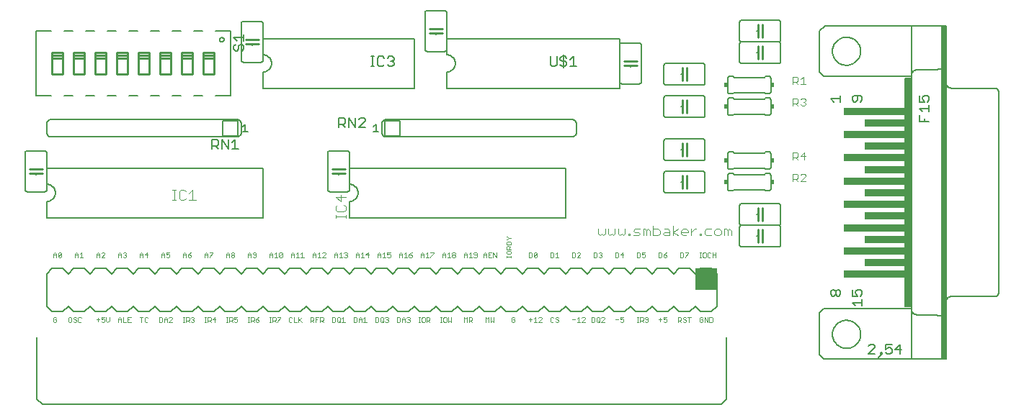
<source format=gto>
G75*
%MOIN*%
%OFA0B0*%
%FSLAX24Y24*%
%IPPOS*%
%LPD*%
%AMOC8*
5,1,8,0,0,1.08239X$1,22.5*
%
%ADD10C,0.0020*%
%ADD11C,0.0040*%
%ADD12C,0.0080*%
%ADD13C,0.0060*%
%ADD14C,0.0100*%
%ADD15R,0.1000X0.1000*%
%ADD16C,0.0050*%
%ADD17R,0.0300X1.0550*%
%ADD18R,0.0200X1.5450*%
%ADD19R,0.2850X0.0320*%
%ADD20R,0.1850X0.0320*%
%ADD21R,0.0150X0.0200*%
D10*
X001527Y003950D02*
X001600Y003950D01*
X001637Y003987D01*
X001637Y004060D01*
X001563Y004060D01*
X001490Y004133D02*
X001490Y003987D01*
X001527Y003950D01*
X001490Y004133D02*
X001527Y004170D01*
X001600Y004170D01*
X001637Y004133D01*
X002190Y004133D02*
X002190Y003987D01*
X002227Y003950D01*
X002300Y003950D01*
X002337Y003987D01*
X002337Y004133D01*
X002300Y004170D01*
X002227Y004170D01*
X002190Y004133D01*
X002411Y004133D02*
X002411Y004097D01*
X002448Y004060D01*
X002521Y004060D01*
X002558Y004023D01*
X002558Y003987D01*
X002521Y003950D01*
X002448Y003950D01*
X002411Y003987D01*
X002411Y004133D02*
X002448Y004170D01*
X002521Y004170D01*
X002558Y004133D01*
X002632Y004133D02*
X002632Y003987D01*
X002669Y003950D01*
X002742Y003950D01*
X002779Y003987D01*
X002779Y004133D02*
X002742Y004170D01*
X002669Y004170D01*
X002632Y004133D01*
X003490Y004060D02*
X003637Y004060D01*
X003711Y004060D02*
X003784Y004097D01*
X003821Y004097D01*
X003858Y004060D01*
X003858Y003987D01*
X003821Y003950D01*
X003748Y003950D01*
X003711Y003987D01*
X003711Y004060D02*
X003711Y004170D01*
X003858Y004170D01*
X003932Y004170D02*
X003932Y004023D01*
X004005Y003950D01*
X004079Y004023D01*
X004079Y004170D01*
X004490Y004097D02*
X004490Y003950D01*
X004490Y004060D02*
X004637Y004060D01*
X004637Y004097D02*
X004637Y003950D01*
X004711Y003950D02*
X004858Y003950D01*
X004932Y003950D02*
X005079Y003950D01*
X005005Y004060D02*
X004932Y004060D01*
X004932Y004170D02*
X004932Y003950D01*
X004932Y004170D02*
X005079Y004170D01*
X004711Y004170D02*
X004711Y003950D01*
X004637Y004097D02*
X004563Y004170D01*
X004490Y004097D01*
X003563Y004133D02*
X003563Y003987D01*
X005490Y004170D02*
X005637Y004170D01*
X005563Y004170D02*
X005563Y003950D01*
X005711Y003987D02*
X005748Y003950D01*
X005821Y003950D01*
X005858Y003987D01*
X005858Y004133D02*
X005821Y004170D01*
X005748Y004170D01*
X005711Y004133D01*
X005711Y003987D01*
X006390Y003950D02*
X006500Y003950D01*
X006537Y003987D01*
X006537Y004133D01*
X006500Y004170D01*
X006390Y004170D01*
X006390Y003950D01*
X006611Y003950D02*
X006611Y004097D01*
X006684Y004170D01*
X006758Y004097D01*
X006758Y003950D01*
X006832Y003950D02*
X006979Y004097D01*
X006979Y004133D01*
X006942Y004170D01*
X006869Y004170D01*
X006832Y004133D01*
X006758Y004060D02*
X006611Y004060D01*
X006832Y003950D02*
X006979Y003950D01*
X007490Y003950D02*
X007563Y003950D01*
X007527Y003950D02*
X007527Y004170D01*
X007563Y004170D02*
X007490Y004170D01*
X007637Y004170D02*
X007747Y004170D01*
X007784Y004133D01*
X007784Y004060D01*
X007747Y004023D01*
X007637Y004023D01*
X007637Y003950D02*
X007637Y004170D01*
X007711Y004023D02*
X007784Y003950D01*
X007858Y003987D02*
X007895Y003950D01*
X007968Y003950D01*
X008005Y003987D01*
X008005Y004023D01*
X007968Y004060D01*
X007932Y004060D01*
X007968Y004060D02*
X008005Y004097D01*
X008005Y004133D01*
X007968Y004170D01*
X007895Y004170D01*
X007858Y004133D01*
X008490Y004170D02*
X008563Y004170D01*
X008527Y004170D02*
X008527Y003950D01*
X008563Y003950D02*
X008490Y003950D01*
X008637Y003950D02*
X008637Y004170D01*
X008747Y004170D01*
X008784Y004133D01*
X008784Y004060D01*
X008747Y004023D01*
X008637Y004023D01*
X008711Y004023D02*
X008784Y003950D01*
X008858Y004060D02*
X009005Y004060D01*
X008968Y003950D02*
X008968Y004170D01*
X008858Y004060D01*
X009490Y003950D02*
X009563Y003950D01*
X009527Y003950D02*
X009527Y004170D01*
X009563Y004170D02*
X009490Y004170D01*
X009637Y004170D02*
X009637Y003950D01*
X009637Y004023D02*
X009747Y004023D01*
X009784Y004060D01*
X009784Y004133D01*
X009747Y004170D01*
X009637Y004170D01*
X009711Y004023D02*
X009784Y003950D01*
X009858Y003987D02*
X009895Y003950D01*
X009968Y003950D01*
X010005Y003987D01*
X010005Y004060D01*
X009968Y004097D01*
X009932Y004097D01*
X009858Y004060D01*
X009858Y004170D01*
X010005Y004170D01*
X010490Y004170D02*
X010563Y004170D01*
X010527Y004170D02*
X010527Y003950D01*
X010563Y003950D02*
X010490Y003950D01*
X010637Y003950D02*
X010637Y004170D01*
X010747Y004170D01*
X010784Y004133D01*
X010784Y004060D01*
X010747Y004023D01*
X010637Y004023D01*
X010711Y004023D02*
X010784Y003950D01*
X010858Y003987D02*
X010895Y003950D01*
X010968Y003950D01*
X011005Y003987D01*
X011005Y004023D01*
X010968Y004060D01*
X010858Y004060D01*
X010858Y003987D01*
X010858Y004060D02*
X010932Y004133D01*
X011005Y004170D01*
X011490Y004170D02*
X011563Y004170D01*
X011527Y004170D02*
X011527Y003950D01*
X011563Y003950D02*
X011490Y003950D01*
X011637Y003950D02*
X011637Y004170D01*
X011747Y004170D01*
X011784Y004133D01*
X011784Y004060D01*
X011747Y004023D01*
X011637Y004023D01*
X011711Y004023D02*
X011784Y003950D01*
X011858Y003950D02*
X011858Y003987D01*
X012005Y004133D01*
X012005Y004170D01*
X011858Y004170D01*
X012390Y004133D02*
X012390Y003987D01*
X012427Y003950D01*
X012500Y003950D01*
X012537Y003987D01*
X012611Y003950D02*
X012758Y003950D01*
X012832Y003950D02*
X012832Y004170D01*
X012869Y004060D02*
X012979Y003950D01*
X012832Y004023D02*
X012979Y004170D01*
X012611Y004170D02*
X012611Y003950D01*
X012537Y004133D02*
X012500Y004170D01*
X012427Y004170D01*
X012390Y004133D01*
X013390Y004170D02*
X013390Y003950D01*
X013390Y004023D02*
X013500Y004023D01*
X013537Y004060D01*
X013537Y004133D01*
X013500Y004170D01*
X013390Y004170D01*
X013463Y004023D02*
X013537Y003950D01*
X013611Y003950D02*
X013611Y004170D01*
X013758Y004170D01*
X013832Y004170D02*
X013942Y004170D01*
X013979Y004133D01*
X013979Y004060D01*
X013942Y004023D01*
X013832Y004023D01*
X013832Y003950D02*
X013832Y004170D01*
X013905Y004023D02*
X013979Y003950D01*
X013684Y004060D02*
X013611Y004060D01*
X014390Y003950D02*
X014500Y003950D01*
X014537Y003987D01*
X014537Y004133D01*
X014500Y004170D01*
X014390Y004170D01*
X014390Y003950D01*
X014611Y003987D02*
X014611Y004133D01*
X014648Y004170D01*
X014721Y004170D01*
X014758Y004133D01*
X014758Y003987D01*
X014721Y003950D01*
X014648Y003950D01*
X014611Y003987D01*
X014684Y004023D02*
X014758Y003950D01*
X014832Y003950D02*
X014979Y003950D01*
X014905Y003950D02*
X014905Y004170D01*
X014832Y004097D01*
X015390Y004170D02*
X015390Y003950D01*
X015500Y003950D01*
X015537Y003987D01*
X015537Y004133D01*
X015500Y004170D01*
X015390Y004170D01*
X015611Y004097D02*
X015611Y003950D01*
X015611Y004060D02*
X015758Y004060D01*
X015758Y004097D02*
X015758Y003950D01*
X015832Y003950D02*
X015979Y003950D01*
X015905Y003950D02*
X015905Y004170D01*
X015832Y004097D01*
X015758Y004097D02*
X015684Y004170D01*
X015611Y004097D01*
X016390Y004170D02*
X016390Y003950D01*
X016500Y003950D01*
X016537Y003987D01*
X016537Y004133D01*
X016500Y004170D01*
X016390Y004170D01*
X016611Y004133D02*
X016648Y004170D01*
X016721Y004170D01*
X016758Y004133D01*
X016758Y003987D01*
X016721Y003950D01*
X016648Y003950D01*
X016611Y003987D01*
X016611Y004133D01*
X016684Y004023D02*
X016758Y003950D01*
X016832Y003987D02*
X016869Y003950D01*
X016942Y003950D01*
X016979Y003987D01*
X016979Y004023D01*
X016942Y004060D01*
X016905Y004060D01*
X016942Y004060D02*
X016979Y004097D01*
X016979Y004133D01*
X016942Y004170D01*
X016869Y004170D01*
X016832Y004133D01*
X017390Y004170D02*
X017390Y003950D01*
X017500Y003950D01*
X017537Y003987D01*
X017537Y004133D01*
X017500Y004170D01*
X017390Y004170D01*
X017611Y004097D02*
X017684Y004170D01*
X017758Y004097D01*
X017758Y003950D01*
X017832Y003987D02*
X017869Y003950D01*
X017942Y003950D01*
X017979Y003987D01*
X017979Y004023D01*
X017942Y004060D01*
X017905Y004060D01*
X017942Y004060D02*
X017979Y004097D01*
X017979Y004133D01*
X017942Y004170D01*
X017869Y004170D01*
X017832Y004133D01*
X017758Y004060D02*
X017611Y004060D01*
X017611Y004097D02*
X017611Y003950D01*
X018390Y003950D02*
X018463Y003950D01*
X018427Y003950D02*
X018427Y004170D01*
X018463Y004170D02*
X018390Y004170D01*
X018537Y004133D02*
X018537Y003987D01*
X018574Y003950D01*
X018647Y003950D01*
X018684Y003987D01*
X018684Y004133D01*
X018647Y004170D01*
X018574Y004170D01*
X018537Y004133D01*
X018758Y004170D02*
X018758Y003950D01*
X018758Y004023D02*
X018868Y004023D01*
X018905Y004060D01*
X018905Y004133D01*
X018868Y004170D01*
X018758Y004170D01*
X018832Y004023D02*
X018905Y003950D01*
X019390Y003950D02*
X019463Y003950D01*
X019427Y003950D02*
X019427Y004170D01*
X019463Y004170D02*
X019390Y004170D01*
X019537Y004133D02*
X019537Y003987D01*
X019574Y003950D01*
X019647Y003950D01*
X019684Y003987D01*
X019684Y004133D01*
X019647Y004170D01*
X019574Y004170D01*
X019537Y004133D01*
X019758Y004170D02*
X019758Y003950D01*
X019832Y004023D01*
X019905Y003950D01*
X019905Y004170D01*
X020490Y004170D02*
X020490Y003950D01*
X020637Y003950D02*
X020637Y004170D01*
X020563Y004097D01*
X020490Y004170D01*
X020711Y004170D02*
X020821Y004170D01*
X020858Y004133D01*
X020858Y004060D01*
X020821Y004023D01*
X020711Y004023D01*
X020711Y003950D02*
X020711Y004170D01*
X020784Y004023D02*
X020858Y003950D01*
X021490Y003950D02*
X021490Y004170D01*
X021563Y004097D01*
X021637Y004170D01*
X021637Y003950D01*
X021711Y003950D02*
X021784Y004023D01*
X021858Y003950D01*
X021858Y004170D01*
X021711Y004170D02*
X021711Y003950D01*
X022690Y003987D02*
X022727Y003950D01*
X022800Y003950D01*
X022837Y003987D01*
X022837Y004060D01*
X022763Y004060D01*
X022690Y004133D02*
X022690Y003987D01*
X022690Y004133D02*
X022727Y004170D01*
X022800Y004170D01*
X022837Y004133D01*
X023490Y004060D02*
X023637Y004060D01*
X023711Y004097D02*
X023784Y004170D01*
X023784Y003950D01*
X023711Y003950D02*
X023858Y003950D01*
X023932Y003950D02*
X024079Y004097D01*
X024079Y004133D01*
X024042Y004170D01*
X023969Y004170D01*
X023932Y004133D01*
X023932Y003950D02*
X024079Y003950D01*
X024490Y003987D02*
X024527Y003950D01*
X024600Y003950D01*
X024637Y003987D01*
X024711Y003987D02*
X024748Y003950D01*
X024821Y003950D01*
X024858Y003987D01*
X024858Y004023D01*
X024821Y004060D01*
X024748Y004060D01*
X024711Y004097D01*
X024711Y004133D01*
X024748Y004170D01*
X024821Y004170D01*
X024858Y004133D01*
X024637Y004133D02*
X024600Y004170D01*
X024527Y004170D01*
X024490Y004133D01*
X024490Y003987D01*
X023563Y003987D02*
X023563Y004133D01*
X025490Y004060D02*
X025637Y004060D01*
X025711Y004097D02*
X025784Y004170D01*
X025784Y003950D01*
X025711Y003950D02*
X025858Y003950D01*
X025932Y003950D02*
X026079Y004097D01*
X026079Y004133D01*
X026042Y004170D01*
X025969Y004170D01*
X025932Y004133D01*
X025932Y003950D02*
X026079Y003950D01*
X026390Y003950D02*
X026390Y004170D01*
X026500Y004170D01*
X026537Y004133D01*
X026537Y003987D01*
X026500Y003950D01*
X026390Y003950D01*
X026611Y003987D02*
X026648Y003950D01*
X026721Y003950D01*
X026758Y003987D01*
X026758Y004133D01*
X026721Y004170D01*
X026648Y004170D01*
X026611Y004133D01*
X026611Y003987D01*
X026684Y004023D02*
X026758Y003950D01*
X026832Y003950D02*
X026979Y004097D01*
X026979Y004133D01*
X026942Y004170D01*
X026869Y004170D01*
X026832Y004133D01*
X026832Y003950D02*
X026979Y003950D01*
X027490Y004060D02*
X027637Y004060D01*
X027711Y004060D02*
X027784Y004097D01*
X027821Y004097D01*
X027858Y004060D01*
X027858Y003987D01*
X027821Y003950D01*
X027748Y003950D01*
X027711Y003987D01*
X027711Y004060D02*
X027711Y004170D01*
X027858Y004170D01*
X028490Y004170D02*
X028563Y004170D01*
X028527Y004170D02*
X028527Y003950D01*
X028563Y003950D02*
X028490Y003950D01*
X028637Y003950D02*
X028637Y004170D01*
X028747Y004170D01*
X028784Y004133D01*
X028784Y004060D01*
X028747Y004023D01*
X028637Y004023D01*
X028711Y004023D02*
X028784Y003950D01*
X028858Y003987D02*
X028895Y003950D01*
X028968Y003950D01*
X029005Y003987D01*
X029005Y004133D01*
X028968Y004170D01*
X028895Y004170D01*
X028858Y004133D01*
X028858Y004097D01*
X028895Y004060D01*
X029005Y004060D01*
X029490Y004060D02*
X029637Y004060D01*
X029711Y004060D02*
X029784Y004097D01*
X029821Y004097D01*
X029858Y004060D01*
X029858Y003987D01*
X029821Y003950D01*
X029748Y003950D01*
X029711Y003987D01*
X029711Y004060D02*
X029711Y004170D01*
X029858Y004170D01*
X029563Y004133D02*
X029563Y003987D01*
X030390Y004023D02*
X030500Y004023D01*
X030537Y004060D01*
X030537Y004133D01*
X030500Y004170D01*
X030390Y004170D01*
X030390Y003950D01*
X030463Y004023D02*
X030537Y003950D01*
X030611Y003987D02*
X030648Y003950D01*
X030721Y003950D01*
X030758Y003987D01*
X030758Y004023D01*
X030721Y004060D01*
X030648Y004060D01*
X030611Y004097D01*
X030611Y004133D01*
X030648Y004170D01*
X030721Y004170D01*
X030758Y004133D01*
X030832Y004170D02*
X030979Y004170D01*
X030905Y004170D02*
X030905Y003950D01*
X031390Y003987D02*
X031390Y004133D01*
X031427Y004170D01*
X031500Y004170D01*
X031537Y004133D01*
X031537Y004060D02*
X031463Y004060D01*
X031537Y004060D02*
X031537Y003987D01*
X031500Y003950D01*
X031427Y003950D01*
X031390Y003987D01*
X031611Y003950D02*
X031611Y004170D01*
X031758Y003950D01*
X031758Y004170D01*
X031832Y004170D02*
X031942Y004170D01*
X031979Y004133D01*
X031979Y003987D01*
X031942Y003950D01*
X031832Y003950D01*
X031832Y004170D01*
X031868Y006950D02*
X031905Y006987D01*
X031868Y006950D02*
X031795Y006950D01*
X031758Y006987D01*
X031758Y007133D01*
X031795Y007170D01*
X031868Y007170D01*
X031905Y007133D01*
X031979Y007170D02*
X031979Y006950D01*
X031979Y007060D02*
X032126Y007060D01*
X032126Y007170D02*
X032126Y006950D01*
X031684Y006987D02*
X031684Y007133D01*
X031647Y007170D01*
X031574Y007170D01*
X031537Y007133D01*
X031537Y006987D01*
X031574Y006950D01*
X031647Y006950D01*
X031684Y006987D01*
X031463Y006950D02*
X031390Y006950D01*
X031427Y006950D02*
X031427Y007170D01*
X031463Y007170D02*
X031390Y007170D01*
X030858Y007170D02*
X030858Y007133D01*
X030711Y006987D01*
X030711Y006950D01*
X030637Y006987D02*
X030637Y007133D01*
X030600Y007170D01*
X030490Y007170D01*
X030490Y006950D01*
X030600Y006950D01*
X030637Y006987D01*
X030711Y007170D02*
X030858Y007170D01*
X029858Y007170D02*
X029784Y007133D01*
X029711Y007060D01*
X029821Y007060D01*
X029858Y007023D01*
X029858Y006987D01*
X029821Y006950D01*
X029748Y006950D01*
X029711Y006987D01*
X029711Y007060D01*
X029637Y006987D02*
X029637Y007133D01*
X029600Y007170D01*
X029490Y007170D01*
X029490Y006950D01*
X029600Y006950D01*
X029637Y006987D01*
X028858Y006987D02*
X028821Y006950D01*
X028748Y006950D01*
X028711Y006987D01*
X028711Y007060D02*
X028784Y007097D01*
X028821Y007097D01*
X028858Y007060D01*
X028858Y006987D01*
X028711Y007060D02*
X028711Y007170D01*
X028858Y007170D01*
X028637Y007133D02*
X028600Y007170D01*
X028490Y007170D01*
X028490Y006950D01*
X028600Y006950D01*
X028637Y006987D01*
X028637Y007133D01*
X027858Y007060D02*
X027711Y007060D01*
X027821Y007170D01*
X027821Y006950D01*
X027637Y006987D02*
X027637Y007133D01*
X027600Y007170D01*
X027490Y007170D01*
X027490Y006950D01*
X027600Y006950D01*
X027637Y006987D01*
X026858Y006987D02*
X026821Y006950D01*
X026748Y006950D01*
X026711Y006987D01*
X026637Y006987D02*
X026637Y007133D01*
X026600Y007170D01*
X026490Y007170D01*
X026490Y006950D01*
X026600Y006950D01*
X026637Y006987D01*
X026711Y007133D02*
X026748Y007170D01*
X026821Y007170D01*
X026858Y007133D01*
X026858Y007097D01*
X026821Y007060D01*
X026858Y007023D01*
X026858Y006987D01*
X026821Y007060D02*
X026784Y007060D01*
X025858Y007097D02*
X025858Y007133D01*
X025821Y007170D01*
X025748Y007170D01*
X025711Y007133D01*
X025637Y007133D02*
X025600Y007170D01*
X025490Y007170D01*
X025490Y006950D01*
X025600Y006950D01*
X025637Y006987D01*
X025637Y007133D01*
X025711Y006950D02*
X025858Y007097D01*
X025858Y006950D02*
X025711Y006950D01*
X024858Y006950D02*
X024711Y006950D01*
X024784Y006950D02*
X024784Y007170D01*
X024711Y007097D01*
X024637Y007133D02*
X024600Y007170D01*
X024490Y007170D01*
X024490Y006950D01*
X024600Y006950D01*
X024637Y006987D01*
X024637Y007133D01*
X023858Y007133D02*
X023711Y006987D01*
X023748Y006950D01*
X023821Y006950D01*
X023858Y006987D01*
X023858Y007133D01*
X023821Y007170D01*
X023748Y007170D01*
X023711Y007133D01*
X023711Y006987D01*
X023637Y006987D02*
X023637Y007133D01*
X023600Y007170D01*
X023490Y007170D01*
X023490Y006950D01*
X023600Y006950D01*
X023637Y006987D01*
X022670Y006987D02*
X022450Y006987D01*
X022450Y007023D02*
X022450Y006950D01*
X022487Y007097D02*
X022633Y007097D01*
X022670Y007134D01*
X022670Y007207D01*
X022633Y007244D01*
X022487Y007244D01*
X022450Y007207D01*
X022450Y007134D01*
X022487Y007097D01*
X022670Y007023D02*
X022670Y006950D01*
X021979Y006950D02*
X021979Y007170D01*
X021832Y007170D02*
X021979Y006950D01*
X021832Y006950D02*
X021832Y007170D01*
X021758Y007170D02*
X021611Y007170D01*
X021611Y006950D01*
X021758Y006950D01*
X021684Y007060D02*
X021611Y007060D01*
X021537Y007060D02*
X021390Y007060D01*
X021390Y007097D02*
X021390Y006950D01*
X021537Y006950D02*
X021537Y007097D01*
X021463Y007170D01*
X021390Y007097D01*
X021079Y007133D02*
X021079Y006987D01*
X021042Y006950D01*
X020969Y006950D01*
X020932Y006987D01*
X020969Y007060D02*
X021079Y007060D01*
X021079Y007133D02*
X021042Y007170D01*
X020969Y007170D01*
X020932Y007133D01*
X020932Y007097D01*
X020969Y007060D01*
X020858Y006950D02*
X020711Y006950D01*
X020784Y006950D02*
X020784Y007170D01*
X020711Y007097D01*
X020637Y007097D02*
X020637Y006950D01*
X020637Y007060D02*
X020490Y007060D01*
X020490Y007097D02*
X020490Y006950D01*
X020490Y007097D02*
X020563Y007170D01*
X020637Y007097D01*
X020079Y007097D02*
X020042Y007060D01*
X019969Y007060D01*
X019932Y007097D01*
X019932Y007133D01*
X019969Y007170D01*
X020042Y007170D01*
X020079Y007133D01*
X020079Y007097D01*
X020042Y007060D02*
X020079Y007023D01*
X020079Y006987D01*
X020042Y006950D01*
X019969Y006950D01*
X019932Y006987D01*
X019932Y007023D01*
X019969Y007060D01*
X019858Y006950D02*
X019711Y006950D01*
X019784Y006950D02*
X019784Y007170D01*
X019711Y007097D01*
X019637Y007097D02*
X019637Y006950D01*
X019637Y007060D02*
X019490Y007060D01*
X019490Y007097D02*
X019490Y006950D01*
X019490Y007097D02*
X019563Y007170D01*
X019637Y007097D01*
X019079Y007133D02*
X018932Y006987D01*
X018932Y006950D01*
X018858Y006950D02*
X018711Y006950D01*
X018784Y006950D02*
X018784Y007170D01*
X018711Y007097D01*
X018637Y007097D02*
X018637Y006950D01*
X018637Y007060D02*
X018490Y007060D01*
X018490Y007097D02*
X018490Y006950D01*
X018490Y007097D02*
X018563Y007170D01*
X018637Y007097D01*
X018932Y007170D02*
X019079Y007170D01*
X019079Y007133D01*
X018079Y007170D02*
X018005Y007133D01*
X017932Y007060D01*
X018042Y007060D01*
X018079Y007023D01*
X018079Y006987D01*
X018042Y006950D01*
X017969Y006950D01*
X017932Y006987D01*
X017932Y007060D01*
X017858Y006950D02*
X017711Y006950D01*
X017784Y006950D02*
X017784Y007170D01*
X017711Y007097D01*
X017637Y007097D02*
X017637Y006950D01*
X017637Y007060D02*
X017490Y007060D01*
X017490Y007097D02*
X017490Y006950D01*
X017490Y007097D02*
X017563Y007170D01*
X017637Y007097D01*
X017079Y007060D02*
X017079Y006987D01*
X017042Y006950D01*
X016969Y006950D01*
X016932Y006987D01*
X016932Y007060D02*
X017005Y007097D01*
X017042Y007097D01*
X017079Y007060D01*
X017079Y007170D02*
X016932Y007170D01*
X016932Y007060D01*
X016858Y006950D02*
X016711Y006950D01*
X016784Y006950D02*
X016784Y007170D01*
X016711Y007097D01*
X016637Y007097D02*
X016637Y006950D01*
X016637Y007060D02*
X016490Y007060D01*
X016490Y007097D02*
X016490Y006950D01*
X016490Y007097D02*
X016563Y007170D01*
X016637Y007097D01*
X016079Y007060D02*
X015932Y007060D01*
X016042Y007170D01*
X016042Y006950D01*
X015858Y006950D02*
X015711Y006950D01*
X015784Y006950D02*
X015784Y007170D01*
X015711Y007097D01*
X015637Y007097D02*
X015637Y006950D01*
X015637Y007060D02*
X015490Y007060D01*
X015490Y007097D02*
X015490Y006950D01*
X015490Y007097D02*
X015563Y007170D01*
X015637Y007097D01*
X015079Y007097D02*
X015042Y007060D01*
X015079Y007023D01*
X015079Y006987D01*
X015042Y006950D01*
X014969Y006950D01*
X014932Y006987D01*
X014858Y006950D02*
X014711Y006950D01*
X014784Y006950D02*
X014784Y007170D01*
X014711Y007097D01*
X014637Y007097D02*
X014637Y006950D01*
X014637Y007060D02*
X014490Y007060D01*
X014490Y007097D02*
X014490Y006950D01*
X014490Y007097D02*
X014563Y007170D01*
X014637Y007097D01*
X014932Y007133D02*
X014969Y007170D01*
X015042Y007170D01*
X015079Y007133D01*
X015079Y007097D01*
X015042Y007060D02*
X015005Y007060D01*
X014079Y007097D02*
X014079Y007133D01*
X014042Y007170D01*
X013969Y007170D01*
X013932Y007133D01*
X014079Y007097D02*
X013932Y006950D01*
X014079Y006950D01*
X013858Y006950D02*
X013711Y006950D01*
X013784Y006950D02*
X013784Y007170D01*
X013711Y007097D01*
X013637Y007097D02*
X013637Y006950D01*
X013637Y007060D02*
X013490Y007060D01*
X013490Y007097D02*
X013490Y006950D01*
X013490Y007097D02*
X013563Y007170D01*
X013637Y007097D01*
X013079Y006950D02*
X012932Y006950D01*
X013005Y006950D02*
X013005Y007170D01*
X012932Y007097D01*
X012858Y006950D02*
X012711Y006950D01*
X012784Y006950D02*
X012784Y007170D01*
X012711Y007097D01*
X012637Y007097D02*
X012637Y006950D01*
X012637Y007060D02*
X012490Y007060D01*
X012490Y007097D02*
X012490Y006950D01*
X012490Y007097D02*
X012563Y007170D01*
X012637Y007097D01*
X012079Y007133D02*
X011932Y006987D01*
X011969Y006950D01*
X012042Y006950D01*
X012079Y006987D01*
X012079Y007133D01*
X012042Y007170D01*
X011969Y007170D01*
X011932Y007133D01*
X011932Y006987D01*
X011858Y006950D02*
X011711Y006950D01*
X011784Y006950D02*
X011784Y007170D01*
X011711Y007097D01*
X011637Y007097D02*
X011637Y006950D01*
X011637Y007060D02*
X011490Y007060D01*
X011490Y007097D02*
X011490Y006950D01*
X011490Y007097D02*
X011563Y007170D01*
X011637Y007097D01*
X010858Y007133D02*
X010858Y006987D01*
X010821Y006950D01*
X010748Y006950D01*
X010711Y006987D01*
X010748Y007060D02*
X010858Y007060D01*
X010858Y007133D02*
X010821Y007170D01*
X010748Y007170D01*
X010711Y007133D01*
X010711Y007097D01*
X010748Y007060D01*
X010637Y007060D02*
X010490Y007060D01*
X010490Y007097D02*
X010490Y006950D01*
X010637Y006950D02*
X010637Y007097D01*
X010563Y007170D01*
X010490Y007097D01*
X009858Y007097D02*
X009821Y007060D01*
X009748Y007060D01*
X009711Y007097D01*
X009711Y007133D01*
X009748Y007170D01*
X009821Y007170D01*
X009858Y007133D01*
X009858Y007097D01*
X009821Y007060D02*
X009858Y007023D01*
X009858Y006987D01*
X009821Y006950D01*
X009748Y006950D01*
X009711Y006987D01*
X009711Y007023D01*
X009748Y007060D01*
X009637Y007060D02*
X009490Y007060D01*
X009490Y007097D02*
X009490Y006950D01*
X009490Y007097D02*
X009563Y007170D01*
X009637Y007097D01*
X009637Y006950D01*
X008858Y007133D02*
X008711Y006987D01*
X008711Y006950D01*
X008637Y006950D02*
X008637Y007097D01*
X008563Y007170D01*
X008490Y007097D01*
X008490Y006950D01*
X008490Y007060D02*
X008637Y007060D01*
X008711Y007170D02*
X008858Y007170D01*
X008858Y007133D01*
X007858Y007170D02*
X007784Y007133D01*
X007711Y007060D01*
X007821Y007060D01*
X007858Y007023D01*
X007858Y006987D01*
X007821Y006950D01*
X007748Y006950D01*
X007711Y006987D01*
X007711Y007060D01*
X007637Y007060D02*
X007490Y007060D01*
X007490Y007097D02*
X007490Y006950D01*
X007637Y006950D02*
X007637Y007097D01*
X007563Y007170D01*
X007490Y007097D01*
X006858Y007060D02*
X006858Y006987D01*
X006821Y006950D01*
X006748Y006950D01*
X006711Y006987D01*
X006711Y007060D02*
X006784Y007097D01*
X006821Y007097D01*
X006858Y007060D01*
X006858Y007170D02*
X006711Y007170D01*
X006711Y007060D01*
X006637Y007060D02*
X006490Y007060D01*
X006490Y007097D02*
X006490Y006950D01*
X006637Y006950D02*
X006637Y007097D01*
X006563Y007170D01*
X006490Y007097D01*
X005858Y007060D02*
X005711Y007060D01*
X005821Y007170D01*
X005821Y006950D01*
X005637Y006950D02*
X005637Y007097D01*
X005563Y007170D01*
X005490Y007097D01*
X005490Y006950D01*
X005490Y007060D02*
X005637Y007060D01*
X004858Y007023D02*
X004858Y006987D01*
X004821Y006950D01*
X004748Y006950D01*
X004711Y006987D01*
X004637Y006950D02*
X004637Y007097D01*
X004563Y007170D01*
X004490Y007097D01*
X004490Y006950D01*
X004490Y007060D02*
X004637Y007060D01*
X004711Y007133D02*
X004748Y007170D01*
X004821Y007170D01*
X004858Y007133D01*
X004858Y007097D01*
X004821Y007060D01*
X004858Y007023D01*
X004821Y007060D02*
X004784Y007060D01*
X003858Y007097D02*
X003711Y006950D01*
X003858Y006950D01*
X003858Y007097D02*
X003858Y007133D01*
X003821Y007170D01*
X003748Y007170D01*
X003711Y007133D01*
X003637Y007097D02*
X003637Y006950D01*
X003637Y007060D02*
X003490Y007060D01*
X003490Y007097D02*
X003490Y006950D01*
X003490Y007097D02*
X003563Y007170D01*
X003637Y007097D01*
X002858Y006950D02*
X002711Y006950D01*
X002784Y006950D02*
X002784Y007170D01*
X002711Y007097D01*
X002637Y007097D02*
X002637Y006950D01*
X002637Y007060D02*
X002490Y007060D01*
X002490Y007097D02*
X002490Y006950D01*
X002490Y007097D02*
X002563Y007170D01*
X002637Y007097D01*
X001858Y007133D02*
X001858Y006987D01*
X001821Y006950D01*
X001748Y006950D01*
X001711Y006987D01*
X001858Y007133D01*
X001821Y007170D01*
X001748Y007170D01*
X001711Y007133D01*
X001711Y006987D01*
X001637Y006950D02*
X001637Y007097D01*
X001563Y007170D01*
X001490Y007097D01*
X001490Y006950D01*
X001490Y007060D02*
X001637Y007060D01*
X022450Y007318D02*
X022450Y007428D01*
X022487Y007465D01*
X022560Y007465D01*
X022597Y007428D01*
X022597Y007318D01*
X022670Y007318D02*
X022450Y007318D01*
X022597Y007392D02*
X022670Y007465D01*
X022670Y007539D02*
X022670Y007649D01*
X022633Y007686D01*
X022487Y007686D01*
X022450Y007649D01*
X022450Y007539D01*
X022670Y007539D01*
X022487Y007760D02*
X022560Y007834D01*
X022670Y007834D01*
X022560Y007834D02*
X022487Y007907D01*
X022450Y007907D01*
X022450Y007760D02*
X022487Y007760D01*
D11*
X026700Y008037D02*
X026777Y007960D01*
X026853Y008037D01*
X026930Y007960D01*
X027007Y008037D01*
X027007Y008267D01*
X027160Y008267D02*
X027160Y008037D01*
X027237Y007960D01*
X027314Y008037D01*
X027391Y007960D01*
X027467Y008037D01*
X027467Y008267D01*
X027621Y008267D02*
X027621Y008037D01*
X027698Y007960D01*
X027774Y008037D01*
X027851Y007960D01*
X027928Y008037D01*
X027928Y008267D01*
X028081Y008037D02*
X028158Y008037D01*
X028158Y007960D01*
X028081Y007960D01*
X028081Y008037D01*
X028311Y007960D02*
X028542Y007960D01*
X028618Y008037D01*
X028542Y008113D01*
X028388Y008113D01*
X028311Y008190D01*
X028388Y008267D01*
X028618Y008267D01*
X028772Y008267D02*
X028848Y008267D01*
X028925Y008190D01*
X029002Y008267D01*
X029079Y008190D01*
X029079Y007960D01*
X029232Y007960D02*
X029462Y007960D01*
X029539Y008037D01*
X029539Y008190D01*
X029462Y008267D01*
X029232Y008267D01*
X029232Y008420D02*
X029232Y007960D01*
X028925Y007960D02*
X028925Y008190D01*
X028772Y008267D02*
X028772Y007960D01*
X029693Y008037D02*
X029769Y007960D01*
X029999Y007960D01*
X029999Y008190D01*
X029923Y008267D01*
X029769Y008267D01*
X029769Y008113D02*
X029999Y008113D01*
X030153Y008113D02*
X030383Y008267D01*
X030537Y008190D02*
X030613Y008267D01*
X030767Y008267D01*
X030844Y008190D01*
X030844Y008113D01*
X030537Y008113D01*
X030537Y008037D02*
X030537Y008190D01*
X030537Y008037D02*
X030613Y007960D01*
X030767Y007960D01*
X030997Y007960D02*
X030997Y008267D01*
X031150Y008267D02*
X031227Y008267D01*
X031150Y008267D02*
X030997Y008113D01*
X031381Y008037D02*
X031381Y007960D01*
X031457Y007960D01*
X031457Y008037D01*
X031381Y008037D01*
X031611Y008037D02*
X031688Y007960D01*
X031918Y007960D01*
X032071Y008037D02*
X032148Y007960D01*
X032301Y007960D01*
X032378Y008037D01*
X032378Y008190D01*
X032301Y008267D01*
X032148Y008267D01*
X032071Y008190D01*
X032071Y008037D01*
X031918Y008267D02*
X031688Y008267D01*
X031611Y008190D01*
X031611Y008037D01*
X032532Y007960D02*
X032532Y008267D01*
X032608Y008267D01*
X032685Y008190D01*
X032762Y008267D01*
X032839Y008190D01*
X032839Y007960D01*
X032685Y007960D02*
X032685Y008190D01*
X030383Y007960D02*
X030153Y008113D01*
X030153Y007960D02*
X030153Y008420D01*
X029769Y008113D02*
X029693Y008037D01*
X026700Y008037D02*
X026700Y008267D01*
X035700Y010470D02*
X035700Y010820D01*
X035875Y010820D01*
X035934Y010762D01*
X035934Y010645D01*
X035875Y010587D01*
X035700Y010587D01*
X035817Y010587D02*
X035934Y010470D01*
X036059Y010470D02*
X036293Y010704D01*
X036293Y010762D01*
X036234Y010820D01*
X036117Y010820D01*
X036059Y010762D01*
X036059Y010470D02*
X036293Y010470D01*
X036234Y011470D02*
X036234Y011820D01*
X036059Y011645D01*
X036293Y011645D01*
X035934Y011645D02*
X035934Y011762D01*
X035875Y011820D01*
X035700Y011820D01*
X035700Y011470D01*
X035700Y011587D02*
X035875Y011587D01*
X035934Y011645D01*
X035817Y011587D02*
X035934Y011470D01*
X035934Y013970D02*
X035817Y014087D01*
X035875Y014087D02*
X035700Y014087D01*
X035700Y013970D02*
X035700Y014320D01*
X035875Y014320D01*
X035934Y014262D01*
X035934Y014145D01*
X035875Y014087D01*
X036059Y014028D02*
X036117Y013970D01*
X036234Y013970D01*
X036293Y014028D01*
X036293Y014087D01*
X036234Y014145D01*
X036176Y014145D01*
X036234Y014145D02*
X036293Y014204D01*
X036293Y014262D01*
X036234Y014320D01*
X036117Y014320D01*
X036059Y014262D01*
X036059Y014970D02*
X036293Y014970D01*
X036176Y014970D02*
X036176Y015320D01*
X036059Y015204D01*
X035934Y015262D02*
X035934Y015145D01*
X035875Y015087D01*
X035700Y015087D01*
X035817Y015087D02*
X035934Y014970D01*
X035700Y014970D02*
X035700Y015320D01*
X035875Y015320D01*
X035934Y015262D01*
X015010Y009758D02*
X014550Y009758D01*
X014780Y009527D01*
X014780Y009834D01*
X014933Y009374D02*
X015010Y009297D01*
X015010Y009144D01*
X014933Y009067D01*
X014626Y009067D01*
X014550Y009144D01*
X014550Y009297D01*
X014626Y009374D01*
X014550Y008913D02*
X014550Y008760D01*
X014550Y008837D02*
X015010Y008837D01*
X015010Y008913D02*
X015010Y008760D01*
X008074Y009610D02*
X007767Y009610D01*
X007921Y009610D02*
X007921Y010070D01*
X007767Y009917D01*
X007614Y009994D02*
X007537Y010070D01*
X007384Y010070D01*
X007307Y009994D01*
X007307Y009687D01*
X007384Y009610D01*
X007537Y009610D01*
X007614Y009687D01*
X007153Y009610D02*
X007000Y009610D01*
X007077Y009610D02*
X007077Y010070D01*
X007153Y010070D02*
X007000Y010070D01*
D12*
X000730Y003240D02*
X000730Y000390D01*
X000980Y000140D01*
X032380Y000140D01*
X032630Y000390D01*
X032630Y003240D01*
D13*
X031930Y004440D02*
X031430Y004440D01*
X031180Y004690D01*
X030930Y004440D01*
X030430Y004440D01*
X030180Y004690D01*
X029930Y004440D01*
X029430Y004440D01*
X029180Y004690D01*
X028930Y004440D01*
X028430Y004440D01*
X028180Y004690D01*
X027930Y004440D01*
X027430Y004440D01*
X027180Y004690D01*
X026930Y004440D01*
X026430Y004440D01*
X026180Y004690D01*
X025930Y004440D01*
X025430Y004440D01*
X025180Y004690D01*
X024930Y004440D01*
X024430Y004440D01*
X024180Y004690D01*
X023930Y004440D01*
X023430Y004440D01*
X023180Y004690D01*
X022930Y004440D01*
X022430Y004440D01*
X022180Y004690D01*
X021930Y004440D01*
X021430Y004440D01*
X021180Y004690D01*
X020930Y004440D01*
X020430Y004440D01*
X020180Y004690D01*
X019930Y004440D01*
X019430Y004440D01*
X019180Y004690D01*
X018930Y004440D01*
X018430Y004440D01*
X018180Y004690D01*
X017930Y004440D01*
X017430Y004440D01*
X017180Y004690D01*
X016930Y004440D01*
X016430Y004440D01*
X016180Y004690D01*
X015930Y004440D01*
X015430Y004440D01*
X015180Y004690D01*
X014930Y004440D01*
X014430Y004440D01*
X014180Y004690D01*
X013930Y004440D01*
X013430Y004440D01*
X013180Y004690D01*
X012930Y004440D01*
X012430Y004440D01*
X012180Y004690D01*
X011930Y004440D01*
X011430Y004440D01*
X011180Y004690D01*
X010930Y004440D01*
X010430Y004440D01*
X010180Y004690D01*
X009930Y004440D01*
X009430Y004440D01*
X009180Y004690D01*
X008930Y004440D01*
X008430Y004440D01*
X008180Y004690D01*
X007930Y004440D01*
X007430Y004440D01*
X007180Y004690D01*
X006930Y004440D01*
X006430Y004440D01*
X006180Y004690D01*
X005930Y004440D01*
X005430Y004440D01*
X005180Y004690D01*
X004930Y004440D01*
X004430Y004440D01*
X004180Y004690D01*
X003930Y004440D01*
X003430Y004440D01*
X003180Y004690D01*
X002930Y004440D01*
X002430Y004440D01*
X002180Y004690D01*
X001930Y004440D01*
X001430Y004440D01*
X001180Y004690D01*
X001180Y006190D01*
X001430Y006440D01*
X001930Y006440D01*
X002180Y006190D01*
X002430Y006440D01*
X002930Y006440D01*
X003180Y006190D01*
X003430Y006440D01*
X003930Y006440D01*
X004180Y006190D01*
X004430Y006440D01*
X004930Y006440D01*
X005180Y006190D01*
X005430Y006440D01*
X005930Y006440D01*
X006180Y006190D01*
X006430Y006440D01*
X006930Y006440D01*
X007180Y006190D01*
X007430Y006440D01*
X007930Y006440D01*
X008180Y006190D01*
X008430Y006440D01*
X008930Y006440D01*
X009180Y006190D01*
X009430Y006440D01*
X009930Y006440D01*
X010180Y006190D01*
X010430Y006440D01*
X010930Y006440D01*
X011180Y006190D01*
X011430Y006440D01*
X011930Y006440D01*
X012180Y006190D01*
X012430Y006440D01*
X012930Y006440D01*
X013180Y006190D01*
X013430Y006440D01*
X013930Y006440D01*
X014180Y006190D01*
X014430Y006440D01*
X014930Y006440D01*
X015180Y006190D01*
X015430Y006440D01*
X015930Y006440D01*
X016180Y006190D01*
X016430Y006440D01*
X016930Y006440D01*
X017180Y006190D01*
X017430Y006440D01*
X017930Y006440D01*
X018180Y006190D01*
X018430Y006440D01*
X018930Y006440D01*
X019180Y006190D01*
X019430Y006440D01*
X019930Y006440D01*
X020180Y006190D01*
X020430Y006440D01*
X020930Y006440D01*
X021180Y006190D01*
X021430Y006440D01*
X021930Y006440D01*
X022180Y006190D01*
X022430Y006440D01*
X022930Y006440D01*
X023180Y006190D01*
X023430Y006440D01*
X023930Y006440D01*
X024180Y006190D01*
X024430Y006440D01*
X024930Y006440D01*
X025180Y006190D01*
X025430Y006440D01*
X025930Y006440D01*
X026180Y006190D01*
X026430Y006440D01*
X026930Y006440D01*
X027180Y006190D01*
X027430Y006440D01*
X027930Y006440D01*
X028180Y006190D01*
X028430Y006440D01*
X028930Y006440D01*
X029180Y006190D01*
X029430Y006440D01*
X029930Y006440D01*
X030180Y006190D01*
X030430Y006440D01*
X030930Y006440D01*
X031180Y006190D01*
X031430Y006440D01*
X031930Y006440D01*
X032180Y006190D01*
X032180Y004690D01*
X031930Y004440D01*
X036930Y004390D02*
X036930Y002440D01*
X037130Y002240D01*
X041130Y002240D01*
X041180Y002240D01*
X041180Y004240D01*
X041180Y004590D01*
X037130Y004590D01*
X036930Y004390D01*
X037530Y003380D02*
X037532Y003430D01*
X037538Y003480D01*
X037548Y003530D01*
X037561Y003578D01*
X037578Y003626D01*
X037599Y003672D01*
X037623Y003716D01*
X037651Y003758D01*
X037682Y003798D01*
X037716Y003835D01*
X037753Y003870D01*
X037792Y003901D01*
X037833Y003930D01*
X037877Y003955D01*
X037923Y003977D01*
X037970Y003995D01*
X038018Y004009D01*
X038067Y004020D01*
X038117Y004027D01*
X038167Y004030D01*
X038218Y004029D01*
X038268Y004024D01*
X038318Y004015D01*
X038366Y004003D01*
X038414Y003986D01*
X038460Y003966D01*
X038505Y003943D01*
X038548Y003916D01*
X038588Y003886D01*
X038626Y003853D01*
X038661Y003817D01*
X038694Y003778D01*
X038723Y003737D01*
X038749Y003694D01*
X038772Y003649D01*
X038791Y003602D01*
X038806Y003554D01*
X038818Y003505D01*
X038826Y003455D01*
X038830Y003405D01*
X038830Y003355D01*
X038826Y003305D01*
X038818Y003255D01*
X038806Y003206D01*
X038791Y003158D01*
X038772Y003111D01*
X038749Y003066D01*
X038723Y003023D01*
X038694Y002982D01*
X038661Y002943D01*
X038626Y002907D01*
X038588Y002874D01*
X038548Y002844D01*
X038505Y002817D01*
X038460Y002794D01*
X038414Y002774D01*
X038366Y002757D01*
X038318Y002745D01*
X038268Y002736D01*
X038218Y002731D01*
X038167Y002730D01*
X038117Y002733D01*
X038067Y002740D01*
X038018Y002751D01*
X037970Y002765D01*
X037923Y002783D01*
X037877Y002805D01*
X037833Y002830D01*
X037792Y002859D01*
X037753Y002890D01*
X037716Y002925D01*
X037682Y002962D01*
X037651Y003002D01*
X037623Y003044D01*
X037599Y003088D01*
X037578Y003134D01*
X037561Y003182D01*
X037548Y003230D01*
X037538Y003280D01*
X037532Y003330D01*
X037530Y003380D01*
X040880Y004690D02*
X041180Y004690D01*
X041180Y004590D01*
X041180Y004690D02*
X041180Y015240D01*
X040880Y015240D01*
X040880Y004690D01*
X041180Y004540D02*
X041182Y004510D01*
X041187Y004480D01*
X041196Y004451D01*
X041209Y004424D01*
X041224Y004398D01*
X041243Y004374D01*
X041264Y004353D01*
X041288Y004334D01*
X041314Y004319D01*
X041341Y004306D01*
X041370Y004297D01*
X041400Y004292D01*
X041430Y004290D01*
X042380Y004290D01*
X042380Y004240D01*
X042580Y004240D01*
X042580Y003240D01*
X042580Y002240D01*
X042380Y002240D01*
X041180Y002240D01*
X042580Y002240D02*
X042780Y002240D01*
X042780Y005290D01*
X042780Y014640D01*
X042780Y017690D01*
X042580Y017690D01*
X042580Y016690D01*
X042580Y015690D01*
X042580Y004240D01*
X042780Y004890D02*
X042782Y004920D01*
X042787Y004950D01*
X042796Y004979D01*
X042809Y005006D01*
X042824Y005032D01*
X042843Y005056D01*
X042864Y005077D01*
X042888Y005096D01*
X042914Y005111D01*
X042941Y005124D01*
X042970Y005133D01*
X043000Y005138D01*
X043030Y005140D01*
X045030Y005140D01*
X045056Y005142D01*
X045082Y005147D01*
X045107Y005155D01*
X045130Y005167D01*
X045152Y005181D01*
X045171Y005199D01*
X045189Y005218D01*
X045203Y005240D01*
X045215Y005263D01*
X045223Y005288D01*
X045228Y005314D01*
X045230Y005340D01*
X045230Y005440D01*
X045230Y014490D01*
X045230Y014590D01*
X045228Y014616D01*
X045223Y014642D01*
X045215Y014667D01*
X045203Y014690D01*
X045189Y014712D01*
X045171Y014731D01*
X045152Y014749D01*
X045130Y014763D01*
X045107Y014775D01*
X045082Y014783D01*
X045056Y014788D01*
X045030Y014790D01*
X043030Y014790D01*
X043000Y014792D01*
X042970Y014797D01*
X042941Y014806D01*
X042914Y014819D01*
X042888Y014834D01*
X042864Y014853D01*
X042843Y014874D01*
X042824Y014898D01*
X042809Y014924D01*
X042796Y014951D01*
X042787Y014980D01*
X042782Y015010D01*
X042780Y015040D01*
X042380Y015640D02*
X041430Y015640D01*
X041400Y015638D01*
X041370Y015633D01*
X041341Y015624D01*
X041314Y015611D01*
X041288Y015596D01*
X041264Y015577D01*
X041243Y015556D01*
X041224Y015532D01*
X041209Y015506D01*
X041196Y015479D01*
X041187Y015450D01*
X041182Y015420D01*
X041180Y015390D01*
X041180Y015340D02*
X037130Y015340D01*
X036930Y015540D01*
X036930Y017440D01*
X037180Y017690D01*
X041130Y017690D01*
X041180Y017690D01*
X042380Y017690D01*
X042580Y017690D01*
X041180Y017690D02*
X041180Y015690D01*
X041180Y015340D01*
X041180Y015240D01*
X042380Y015640D02*
X042380Y015690D01*
X042580Y015690D01*
X037530Y016500D02*
X037532Y016550D01*
X037538Y016600D01*
X037548Y016650D01*
X037561Y016698D01*
X037578Y016746D01*
X037599Y016792D01*
X037623Y016836D01*
X037651Y016878D01*
X037682Y016918D01*
X037716Y016955D01*
X037753Y016990D01*
X037792Y017021D01*
X037833Y017050D01*
X037877Y017075D01*
X037923Y017097D01*
X037970Y017115D01*
X038018Y017129D01*
X038067Y017140D01*
X038117Y017147D01*
X038167Y017150D01*
X038218Y017149D01*
X038268Y017144D01*
X038318Y017135D01*
X038366Y017123D01*
X038414Y017106D01*
X038460Y017086D01*
X038505Y017063D01*
X038548Y017036D01*
X038588Y017006D01*
X038626Y016973D01*
X038661Y016937D01*
X038694Y016898D01*
X038723Y016857D01*
X038749Y016814D01*
X038772Y016769D01*
X038791Y016722D01*
X038806Y016674D01*
X038818Y016625D01*
X038826Y016575D01*
X038830Y016525D01*
X038830Y016475D01*
X038826Y016425D01*
X038818Y016375D01*
X038806Y016326D01*
X038791Y016278D01*
X038772Y016231D01*
X038749Y016186D01*
X038723Y016143D01*
X038694Y016102D01*
X038661Y016063D01*
X038626Y016027D01*
X038588Y015994D01*
X038548Y015964D01*
X038505Y015937D01*
X038460Y015914D01*
X038414Y015894D01*
X038366Y015877D01*
X038318Y015865D01*
X038268Y015856D01*
X038218Y015851D01*
X038167Y015850D01*
X038117Y015853D01*
X038067Y015860D01*
X038018Y015871D01*
X037970Y015885D01*
X037923Y015903D01*
X037877Y015925D01*
X037833Y015950D01*
X037792Y015979D01*
X037753Y016010D01*
X037716Y016045D01*
X037682Y016082D01*
X037651Y016122D01*
X037623Y016164D01*
X037599Y016208D01*
X037578Y016254D01*
X037561Y016302D01*
X037548Y016350D01*
X037538Y016400D01*
X037532Y016450D01*
X037530Y016500D01*
X035130Y016840D02*
X035130Y016040D01*
X035128Y016023D01*
X035124Y016006D01*
X035117Y015990D01*
X035107Y015976D01*
X035094Y015963D01*
X035080Y015953D01*
X035064Y015946D01*
X035047Y015942D01*
X035030Y015940D01*
X033330Y015940D01*
X033313Y015942D01*
X033296Y015946D01*
X033280Y015953D01*
X033266Y015963D01*
X033253Y015976D01*
X033243Y015990D01*
X033236Y016006D01*
X033232Y016023D01*
X033230Y016040D01*
X033230Y016840D01*
X033232Y016857D01*
X033236Y016874D01*
X033243Y016890D01*
X033253Y016904D01*
X033266Y016917D01*
X033280Y016927D01*
X033296Y016934D01*
X033313Y016938D01*
X033330Y016940D01*
X035030Y016940D01*
X033330Y016940D01*
X033313Y016942D01*
X033296Y016946D01*
X033280Y016953D01*
X033266Y016963D01*
X033253Y016976D01*
X033243Y016990D01*
X033236Y017006D01*
X033232Y017023D01*
X033230Y017040D01*
X033230Y017840D01*
X033232Y017857D01*
X033236Y017874D01*
X033243Y017890D01*
X033253Y017904D01*
X033266Y017917D01*
X033280Y017927D01*
X033296Y017934D01*
X033313Y017938D01*
X033330Y017940D01*
X035030Y017940D01*
X035047Y017938D01*
X035064Y017934D01*
X035080Y017927D01*
X035094Y017917D01*
X035107Y017904D01*
X035117Y017890D01*
X035124Y017874D01*
X035128Y017857D01*
X035130Y017840D01*
X035130Y017040D01*
X035128Y017023D01*
X035124Y017006D01*
X035117Y016990D01*
X035107Y016976D01*
X035094Y016963D01*
X035080Y016953D01*
X035064Y016946D01*
X035047Y016942D01*
X035030Y016940D01*
X035047Y016938D01*
X035064Y016934D01*
X035080Y016927D01*
X035094Y016917D01*
X035107Y016904D01*
X035117Y016890D01*
X035124Y016874D01*
X035128Y016857D01*
X035130Y016840D01*
X034330Y016440D02*
X034280Y016440D01*
X034080Y016440D02*
X034030Y016440D01*
X034430Y015340D02*
X034580Y015340D01*
X034597Y015338D01*
X034614Y015334D01*
X034630Y015327D01*
X034644Y015317D01*
X034657Y015304D01*
X034667Y015290D01*
X034674Y015274D01*
X034678Y015257D01*
X034680Y015240D01*
X034680Y014640D01*
X034678Y014623D01*
X034674Y014606D01*
X034667Y014590D01*
X034657Y014576D01*
X034644Y014563D01*
X034630Y014553D01*
X034614Y014546D01*
X034597Y014542D01*
X034580Y014540D01*
X034430Y014540D01*
X034380Y014590D01*
X032980Y014590D01*
X032930Y014540D01*
X032780Y014540D01*
X032763Y014542D01*
X032746Y014546D01*
X032730Y014553D01*
X032716Y014563D01*
X032703Y014576D01*
X032693Y014590D01*
X032686Y014606D01*
X032682Y014623D01*
X032680Y014640D01*
X032680Y015240D01*
X032682Y015257D01*
X032686Y015274D01*
X032693Y015290D01*
X032703Y015304D01*
X032716Y015317D01*
X032730Y015327D01*
X032746Y015334D01*
X032763Y015338D01*
X032780Y015340D01*
X032930Y015340D01*
X032980Y015290D01*
X034380Y015290D01*
X034430Y015340D01*
X034430Y014340D02*
X034580Y014340D01*
X034597Y014338D01*
X034614Y014334D01*
X034630Y014327D01*
X034644Y014317D01*
X034657Y014304D01*
X034667Y014290D01*
X034674Y014274D01*
X034678Y014257D01*
X034680Y014240D01*
X034680Y013640D01*
X034678Y013623D01*
X034674Y013606D01*
X034667Y013590D01*
X034657Y013576D01*
X034644Y013563D01*
X034630Y013553D01*
X034614Y013546D01*
X034597Y013542D01*
X034580Y013540D01*
X034430Y013540D01*
X034380Y013590D01*
X032980Y013590D01*
X032930Y013540D01*
X032780Y013540D01*
X032763Y013542D01*
X032746Y013546D01*
X032730Y013553D01*
X032716Y013563D01*
X032703Y013576D01*
X032693Y013590D01*
X032686Y013606D01*
X032682Y013623D01*
X032680Y013640D01*
X032680Y014240D01*
X032682Y014257D01*
X032686Y014274D01*
X032693Y014290D01*
X032703Y014304D01*
X032716Y014317D01*
X032730Y014327D01*
X032746Y014334D01*
X032763Y014338D01*
X032780Y014340D01*
X032930Y014340D01*
X032980Y014290D01*
X034380Y014290D01*
X034430Y014340D01*
X031630Y014340D02*
X031630Y013540D01*
X031628Y013523D01*
X031624Y013506D01*
X031617Y013490D01*
X031607Y013476D01*
X031594Y013463D01*
X031580Y013453D01*
X031564Y013446D01*
X031547Y013442D01*
X031530Y013440D01*
X029830Y013440D01*
X029813Y013442D01*
X029796Y013446D01*
X029780Y013453D01*
X029766Y013463D01*
X029753Y013476D01*
X029743Y013490D01*
X029736Y013506D01*
X029732Y013523D01*
X029730Y013540D01*
X029730Y014340D01*
X029732Y014357D01*
X029736Y014374D01*
X029743Y014390D01*
X029753Y014404D01*
X029766Y014417D01*
X029780Y014427D01*
X029796Y014434D01*
X029813Y014438D01*
X029830Y014440D01*
X031530Y014440D01*
X031547Y014438D01*
X031564Y014434D01*
X031580Y014427D01*
X031594Y014417D01*
X031607Y014404D01*
X031617Y014390D01*
X031624Y014374D01*
X031628Y014357D01*
X031630Y014340D01*
X031530Y014940D02*
X029830Y014940D01*
X029813Y014942D01*
X029796Y014946D01*
X029780Y014953D01*
X029766Y014963D01*
X029753Y014976D01*
X029743Y014990D01*
X029736Y015006D01*
X029732Y015023D01*
X029730Y015040D01*
X029730Y015840D01*
X029732Y015857D01*
X029736Y015874D01*
X029743Y015890D01*
X029753Y015904D01*
X029766Y015917D01*
X029780Y015927D01*
X029796Y015934D01*
X029813Y015938D01*
X029830Y015940D01*
X031530Y015940D01*
X031547Y015938D01*
X031564Y015934D01*
X031580Y015927D01*
X031594Y015917D01*
X031607Y015904D01*
X031617Y015890D01*
X031624Y015874D01*
X031628Y015857D01*
X031630Y015840D01*
X031630Y015040D01*
X031628Y015023D01*
X031624Y015006D01*
X031617Y014990D01*
X031607Y014976D01*
X031594Y014963D01*
X031580Y014953D01*
X031564Y014946D01*
X031547Y014942D01*
X031530Y014940D01*
X030830Y015440D02*
X030780Y015440D01*
X030580Y015440D02*
X030530Y015440D01*
X028680Y015090D02*
X028680Y016790D01*
X028678Y016807D01*
X028674Y016824D01*
X028667Y016840D01*
X028657Y016854D01*
X028644Y016867D01*
X028630Y016877D01*
X028614Y016884D01*
X028597Y016888D01*
X028580Y016890D01*
X027780Y016890D01*
X027763Y016888D01*
X027746Y016884D01*
X027730Y016877D01*
X027716Y016867D01*
X027703Y016854D01*
X027693Y016840D01*
X027686Y016824D01*
X027682Y016807D01*
X027680Y016790D01*
X027680Y015090D01*
X027682Y015073D01*
X027686Y015056D01*
X027693Y015040D01*
X027703Y015026D01*
X027716Y015013D01*
X027730Y015003D01*
X027746Y014996D01*
X027763Y014992D01*
X027780Y014990D01*
X028580Y014990D01*
X028597Y014992D01*
X028614Y014996D01*
X028630Y015003D01*
X028644Y015013D01*
X028657Y015026D01*
X028667Y015040D01*
X028674Y015056D01*
X028678Y015073D01*
X028680Y015090D01*
X027680Y014790D02*
X027680Y017090D01*
X019680Y017090D01*
X019680Y016340D01*
X019580Y016490D02*
X018780Y016490D01*
X018763Y016492D01*
X018746Y016496D01*
X018730Y016503D01*
X018716Y016513D01*
X018703Y016526D01*
X018693Y016540D01*
X018686Y016556D01*
X018682Y016573D01*
X018680Y016590D01*
X018680Y018290D01*
X018682Y018307D01*
X018686Y018324D01*
X018693Y018340D01*
X018703Y018354D01*
X018716Y018367D01*
X018730Y018377D01*
X018746Y018384D01*
X018763Y018388D01*
X018780Y018390D01*
X019580Y018390D01*
X019597Y018388D01*
X019614Y018384D01*
X019630Y018377D01*
X019644Y018367D01*
X019657Y018354D01*
X019667Y018340D01*
X019674Y018324D01*
X019678Y018307D01*
X019680Y018290D01*
X019680Y016590D01*
X019678Y016573D01*
X019674Y016556D01*
X019667Y016540D01*
X019657Y016526D01*
X019644Y016513D01*
X019630Y016503D01*
X019614Y016496D01*
X019597Y016492D01*
X019580Y016490D01*
X019680Y016340D02*
X019719Y016338D01*
X019758Y016332D01*
X019796Y016323D01*
X019833Y016310D01*
X019869Y016293D01*
X019902Y016273D01*
X019934Y016249D01*
X019963Y016223D01*
X019989Y016194D01*
X020013Y016162D01*
X020033Y016129D01*
X020050Y016093D01*
X020063Y016056D01*
X020072Y016018D01*
X020078Y015979D01*
X020080Y015940D01*
X020078Y015901D01*
X020072Y015862D01*
X020063Y015824D01*
X020050Y015787D01*
X020033Y015751D01*
X020013Y015718D01*
X019989Y015686D01*
X019963Y015657D01*
X019934Y015631D01*
X019902Y015607D01*
X019869Y015587D01*
X019833Y015570D01*
X019796Y015557D01*
X019758Y015548D01*
X019719Y015542D01*
X019680Y015540D01*
X019680Y014790D01*
X027680Y014790D01*
X028180Y015790D02*
X028180Y015840D01*
X028180Y016040D02*
X028180Y016090D01*
X030530Y013940D02*
X030580Y013940D01*
X030780Y013940D02*
X030830Y013940D01*
X031530Y012440D02*
X029830Y012440D01*
X029813Y012438D01*
X029796Y012434D01*
X029780Y012427D01*
X029766Y012417D01*
X029753Y012404D01*
X029743Y012390D01*
X029736Y012374D01*
X029732Y012357D01*
X029730Y012340D01*
X029730Y011540D01*
X029732Y011523D01*
X029736Y011506D01*
X029743Y011490D01*
X029753Y011476D01*
X029766Y011463D01*
X029780Y011453D01*
X029796Y011446D01*
X029813Y011442D01*
X029830Y011440D01*
X031530Y011440D01*
X031547Y011442D01*
X031564Y011446D01*
X031580Y011453D01*
X031594Y011463D01*
X031607Y011476D01*
X031617Y011490D01*
X031624Y011506D01*
X031628Y011523D01*
X031630Y011540D01*
X031630Y012340D01*
X031628Y012357D01*
X031624Y012374D01*
X031617Y012390D01*
X031607Y012404D01*
X031594Y012417D01*
X031580Y012427D01*
X031564Y012434D01*
X031547Y012438D01*
X031530Y012440D01*
X030830Y011940D02*
X030780Y011940D01*
X030580Y011940D02*
X030530Y011940D01*
X029830Y010940D02*
X031530Y010940D01*
X031547Y010938D01*
X031564Y010934D01*
X031580Y010927D01*
X031594Y010917D01*
X031607Y010904D01*
X031617Y010890D01*
X031624Y010874D01*
X031628Y010857D01*
X031630Y010840D01*
X031630Y010040D01*
X031628Y010023D01*
X031624Y010006D01*
X031617Y009990D01*
X031607Y009976D01*
X031594Y009963D01*
X031580Y009953D01*
X031564Y009946D01*
X031547Y009942D01*
X031530Y009940D01*
X029830Y009940D01*
X029813Y009942D01*
X029796Y009946D01*
X029780Y009953D01*
X029766Y009963D01*
X029753Y009976D01*
X029743Y009990D01*
X029736Y010006D01*
X029732Y010023D01*
X029730Y010040D01*
X029730Y010840D01*
X029732Y010857D01*
X029736Y010874D01*
X029743Y010890D01*
X029753Y010904D01*
X029766Y010917D01*
X029780Y010927D01*
X029796Y010934D01*
X029813Y010938D01*
X029830Y010940D01*
X030530Y010440D02*
X030580Y010440D01*
X030780Y010440D02*
X030830Y010440D01*
X032680Y010140D02*
X032680Y010740D01*
X032682Y010757D01*
X032686Y010774D01*
X032693Y010790D01*
X032703Y010804D01*
X032716Y010817D01*
X032730Y010827D01*
X032746Y010834D01*
X032763Y010838D01*
X032780Y010840D01*
X032930Y010840D01*
X032980Y010790D01*
X034380Y010790D01*
X034430Y010840D01*
X034580Y010840D01*
X034597Y010838D01*
X034614Y010834D01*
X034630Y010827D01*
X034644Y010817D01*
X034657Y010804D01*
X034667Y010790D01*
X034674Y010774D01*
X034678Y010757D01*
X034680Y010740D01*
X034680Y010140D01*
X034678Y010123D01*
X034674Y010106D01*
X034667Y010090D01*
X034657Y010076D01*
X034644Y010063D01*
X034630Y010053D01*
X034614Y010046D01*
X034597Y010042D01*
X034580Y010040D01*
X034430Y010040D01*
X034380Y010090D01*
X032980Y010090D01*
X032930Y010040D01*
X032780Y010040D01*
X032763Y010042D01*
X032746Y010046D01*
X032730Y010053D01*
X032716Y010063D01*
X032703Y010076D01*
X032693Y010090D01*
X032686Y010106D01*
X032682Y010123D01*
X032680Y010140D01*
X032780Y011040D02*
X032930Y011040D01*
X032980Y011090D01*
X034380Y011090D01*
X034430Y011040D01*
X034580Y011040D01*
X034597Y011042D01*
X034614Y011046D01*
X034630Y011053D01*
X034644Y011063D01*
X034657Y011076D01*
X034667Y011090D01*
X034674Y011106D01*
X034678Y011123D01*
X034680Y011140D01*
X034680Y011740D01*
X034678Y011757D01*
X034674Y011774D01*
X034667Y011790D01*
X034657Y011804D01*
X034644Y011817D01*
X034630Y011827D01*
X034614Y011834D01*
X034597Y011838D01*
X034580Y011840D01*
X034430Y011840D01*
X034380Y011790D01*
X032980Y011790D01*
X032930Y011840D01*
X032780Y011840D01*
X032763Y011838D01*
X032746Y011834D01*
X032730Y011827D01*
X032716Y011817D01*
X032703Y011804D01*
X032693Y011790D01*
X032686Y011774D01*
X032682Y011757D01*
X032680Y011740D01*
X032680Y011140D01*
X032682Y011123D01*
X032686Y011106D01*
X032693Y011090D01*
X032703Y011076D01*
X032716Y011063D01*
X032730Y011053D01*
X032746Y011046D01*
X032763Y011042D01*
X032780Y011040D01*
X033330Y009440D02*
X035030Y009440D01*
X035047Y009438D01*
X035064Y009434D01*
X035080Y009427D01*
X035094Y009417D01*
X035107Y009404D01*
X035117Y009390D01*
X035124Y009374D01*
X035128Y009357D01*
X035130Y009340D01*
X035130Y008540D01*
X035128Y008523D01*
X035124Y008506D01*
X035117Y008490D01*
X035107Y008476D01*
X035094Y008463D01*
X035080Y008453D01*
X035064Y008446D01*
X035047Y008442D01*
X035030Y008440D01*
X033330Y008440D01*
X035030Y008440D01*
X035047Y008438D01*
X035064Y008434D01*
X035080Y008427D01*
X035094Y008417D01*
X035107Y008404D01*
X035117Y008390D01*
X035124Y008374D01*
X035128Y008357D01*
X035130Y008340D01*
X035130Y007540D01*
X035128Y007523D01*
X035124Y007506D01*
X035117Y007490D01*
X035107Y007476D01*
X035094Y007463D01*
X035080Y007453D01*
X035064Y007446D01*
X035047Y007442D01*
X035030Y007440D01*
X033330Y007440D01*
X033313Y007442D01*
X033296Y007446D01*
X033280Y007453D01*
X033266Y007463D01*
X033253Y007476D01*
X033243Y007490D01*
X033236Y007506D01*
X033232Y007523D01*
X033230Y007540D01*
X033230Y008340D01*
X033232Y008357D01*
X033236Y008374D01*
X033243Y008390D01*
X033253Y008404D01*
X033266Y008417D01*
X033280Y008427D01*
X033296Y008434D01*
X033313Y008438D01*
X033330Y008440D01*
X033313Y008442D01*
X033296Y008446D01*
X033280Y008453D01*
X033266Y008463D01*
X033253Y008476D01*
X033243Y008490D01*
X033236Y008506D01*
X033232Y008523D01*
X033230Y008540D01*
X033230Y009340D01*
X033232Y009357D01*
X033236Y009374D01*
X033243Y009390D01*
X033253Y009404D01*
X033266Y009417D01*
X033280Y009427D01*
X033296Y009434D01*
X033313Y009438D01*
X033330Y009440D01*
X034030Y008940D02*
X034080Y008940D01*
X034280Y008940D02*
X034330Y008940D01*
X034330Y007940D02*
X034280Y007940D01*
X034080Y007940D02*
X034030Y007940D01*
X025180Y008790D02*
X025180Y011090D01*
X015180Y011090D01*
X015180Y010340D01*
X015180Y010090D02*
X015180Y011790D01*
X015178Y011807D01*
X015174Y011824D01*
X015167Y011840D01*
X015157Y011854D01*
X015144Y011867D01*
X015130Y011877D01*
X015114Y011884D01*
X015097Y011888D01*
X015080Y011890D01*
X014280Y011890D01*
X014263Y011888D01*
X014246Y011884D01*
X014230Y011877D01*
X014216Y011867D01*
X014203Y011854D01*
X014193Y011840D01*
X014186Y011824D01*
X014182Y011807D01*
X014180Y011790D01*
X014180Y010090D01*
X014182Y010073D01*
X014186Y010056D01*
X014193Y010040D01*
X014203Y010026D01*
X014216Y010013D01*
X014230Y010003D01*
X014246Y009996D01*
X014263Y009992D01*
X014280Y009990D01*
X015080Y009990D01*
X015097Y009992D01*
X015114Y009996D01*
X015130Y010003D01*
X015144Y010013D01*
X015157Y010026D01*
X015167Y010040D01*
X015174Y010056D01*
X015178Y010073D01*
X015180Y010090D01*
X015180Y010340D02*
X015219Y010338D01*
X015258Y010332D01*
X015296Y010323D01*
X015333Y010310D01*
X015369Y010293D01*
X015402Y010273D01*
X015434Y010249D01*
X015463Y010223D01*
X015489Y010194D01*
X015513Y010162D01*
X015533Y010129D01*
X015550Y010093D01*
X015563Y010056D01*
X015572Y010018D01*
X015578Y009979D01*
X015580Y009940D01*
X015578Y009901D01*
X015572Y009862D01*
X015563Y009824D01*
X015550Y009787D01*
X015533Y009751D01*
X015513Y009718D01*
X015489Y009686D01*
X015463Y009657D01*
X015434Y009631D01*
X015402Y009607D01*
X015369Y009587D01*
X015333Y009570D01*
X015296Y009557D01*
X015258Y009548D01*
X015219Y009542D01*
X015180Y009540D01*
X015180Y008790D01*
X025180Y008790D01*
X025480Y012540D02*
X016880Y012540D01*
X016830Y012590D02*
X016830Y013290D01*
X017530Y013290D01*
X017530Y012590D01*
X016830Y012590D01*
X016880Y012540D02*
X016854Y012542D01*
X016828Y012547D01*
X016803Y012555D01*
X016780Y012567D01*
X016758Y012581D01*
X016739Y012599D01*
X016721Y012618D01*
X016707Y012640D01*
X016695Y012663D01*
X016687Y012688D01*
X016682Y012714D01*
X016680Y012740D01*
X016680Y013140D01*
X016682Y013166D01*
X016687Y013192D01*
X016695Y013217D01*
X016707Y013240D01*
X016721Y013262D01*
X016739Y013281D01*
X016758Y013299D01*
X016780Y013313D01*
X016803Y013325D01*
X016828Y013333D01*
X016854Y013338D01*
X016880Y013340D01*
X025480Y013340D01*
X025506Y013338D01*
X025532Y013333D01*
X025557Y013325D01*
X025580Y013313D01*
X025602Y013299D01*
X025621Y013281D01*
X025639Y013262D01*
X025653Y013240D01*
X025665Y013217D01*
X025673Y013192D01*
X025678Y013166D01*
X025680Y013140D01*
X025680Y012740D01*
X025678Y012714D01*
X025673Y012688D01*
X025665Y012663D01*
X025653Y012640D01*
X025639Y012618D01*
X025621Y012599D01*
X025602Y012581D01*
X025580Y012567D01*
X025557Y012555D01*
X025532Y012547D01*
X025506Y012542D01*
X025480Y012540D01*
X018180Y014790D02*
X018180Y017090D01*
X011180Y017090D01*
X011180Y016340D01*
X011180Y016090D02*
X011180Y017790D01*
X011178Y017807D01*
X011174Y017824D01*
X011167Y017840D01*
X011157Y017854D01*
X011144Y017867D01*
X011130Y017877D01*
X011114Y017884D01*
X011097Y017888D01*
X011080Y017890D01*
X010280Y017890D01*
X010263Y017888D01*
X010246Y017884D01*
X010230Y017877D01*
X010216Y017867D01*
X010203Y017854D01*
X010193Y017840D01*
X010186Y017824D01*
X010182Y017807D01*
X010180Y017790D01*
X010180Y016090D01*
X010182Y016073D01*
X010186Y016056D01*
X010193Y016040D01*
X010203Y016026D01*
X010216Y016013D01*
X010230Y016003D01*
X010246Y015996D01*
X010263Y015992D01*
X010280Y015990D01*
X011080Y015990D01*
X011097Y015992D01*
X011114Y015996D01*
X011130Y016003D01*
X011144Y016013D01*
X011157Y016026D01*
X011167Y016040D01*
X011174Y016056D01*
X011178Y016073D01*
X011180Y016090D01*
X011180Y016340D02*
X011219Y016338D01*
X011258Y016332D01*
X011296Y016323D01*
X011333Y016310D01*
X011369Y016293D01*
X011402Y016273D01*
X011434Y016249D01*
X011463Y016223D01*
X011489Y016194D01*
X011513Y016162D01*
X011533Y016129D01*
X011550Y016093D01*
X011563Y016056D01*
X011572Y016018D01*
X011578Y015979D01*
X011580Y015940D01*
X011578Y015901D01*
X011572Y015862D01*
X011563Y015824D01*
X011550Y015787D01*
X011533Y015751D01*
X011513Y015718D01*
X011489Y015686D01*
X011463Y015657D01*
X011434Y015631D01*
X011402Y015607D01*
X011369Y015587D01*
X011333Y015570D01*
X011296Y015557D01*
X011258Y015548D01*
X011219Y015542D01*
X011180Y015540D01*
X011180Y014790D01*
X018180Y014790D01*
X019180Y017290D02*
X019180Y017340D01*
X019180Y017540D02*
X019180Y017590D01*
X010680Y017090D02*
X010680Y017040D01*
X010680Y016840D02*
X010680Y016790D01*
X009180Y017040D02*
X009182Y017060D01*
X009188Y017078D01*
X009197Y017096D01*
X009209Y017111D01*
X009224Y017123D01*
X009242Y017132D01*
X009260Y017138D01*
X009280Y017140D01*
X009300Y017138D01*
X009318Y017132D01*
X009336Y017123D01*
X009351Y017111D01*
X009363Y017096D01*
X009372Y017078D01*
X009378Y017060D01*
X009380Y017040D01*
X009378Y017020D01*
X009372Y017002D01*
X009363Y016984D01*
X009351Y016969D01*
X009336Y016957D01*
X009318Y016948D01*
X009300Y016942D01*
X009280Y016940D01*
X009260Y016942D01*
X009242Y016948D01*
X009224Y016957D01*
X009209Y016969D01*
X009197Y016984D01*
X009188Y017002D01*
X009182Y017020D01*
X009180Y017040D01*
X008980Y017440D02*
X009680Y017440D01*
X009680Y014440D01*
X008980Y014440D01*
X008380Y014440D02*
X007980Y014440D01*
X007380Y014440D02*
X006980Y014440D01*
X006380Y014440D02*
X005980Y014440D01*
X005380Y014440D02*
X004980Y014440D01*
X004380Y014440D02*
X003980Y014440D01*
X003380Y014440D02*
X002980Y014440D01*
X002380Y014440D02*
X001980Y014440D01*
X001380Y014440D02*
X000680Y014440D01*
X000680Y017440D01*
X001380Y017440D01*
X001980Y017440D02*
X002380Y017440D01*
X002980Y017440D02*
X003380Y017440D01*
X003980Y017440D02*
X004380Y017440D01*
X004980Y017440D02*
X005380Y017440D01*
X005980Y017440D02*
X006380Y017440D01*
X006980Y017440D02*
X007380Y017440D01*
X007980Y017440D02*
X008380Y017440D01*
X009330Y013290D02*
X010030Y013290D01*
X010030Y012590D01*
X009330Y012590D01*
X009330Y013290D01*
X009980Y013340D02*
X001380Y013340D01*
X001354Y013338D01*
X001328Y013333D01*
X001303Y013325D01*
X001280Y013313D01*
X001258Y013299D01*
X001239Y013281D01*
X001221Y013262D01*
X001207Y013240D01*
X001195Y013217D01*
X001187Y013192D01*
X001182Y013166D01*
X001180Y013140D01*
X001180Y012740D01*
X001182Y012714D01*
X001187Y012688D01*
X001195Y012663D01*
X001207Y012640D01*
X001221Y012618D01*
X001239Y012599D01*
X001258Y012581D01*
X001280Y012567D01*
X001303Y012555D01*
X001328Y012547D01*
X001354Y012542D01*
X001380Y012540D01*
X009980Y012540D01*
X010006Y012542D01*
X010032Y012547D01*
X010057Y012555D01*
X010080Y012567D01*
X010102Y012581D01*
X010121Y012599D01*
X010139Y012618D01*
X010153Y012640D01*
X010165Y012663D01*
X010173Y012688D01*
X010178Y012714D01*
X010180Y012740D01*
X010180Y013140D01*
X010178Y013166D01*
X010173Y013192D01*
X010165Y013217D01*
X010153Y013240D01*
X010139Y013262D01*
X010121Y013281D01*
X010102Y013299D01*
X010080Y013313D01*
X010057Y013325D01*
X010032Y013333D01*
X010006Y013338D01*
X009980Y013340D01*
X011180Y011090D02*
X011180Y008790D01*
X001180Y008790D01*
X001180Y009540D01*
X001219Y009542D01*
X001258Y009548D01*
X001296Y009557D01*
X001333Y009570D01*
X001369Y009587D01*
X001402Y009607D01*
X001434Y009631D01*
X001463Y009657D01*
X001489Y009686D01*
X001513Y009718D01*
X001533Y009751D01*
X001550Y009787D01*
X001563Y009824D01*
X001572Y009862D01*
X001578Y009901D01*
X001580Y009940D01*
X001578Y009979D01*
X001572Y010018D01*
X001563Y010056D01*
X001550Y010093D01*
X001533Y010129D01*
X001513Y010162D01*
X001489Y010194D01*
X001463Y010223D01*
X001434Y010249D01*
X001402Y010273D01*
X001369Y010293D01*
X001333Y010310D01*
X001296Y010323D01*
X001258Y010332D01*
X001219Y010338D01*
X001180Y010340D01*
X001180Y011090D01*
X011180Y011090D01*
X014680Y011040D02*
X014680Y011090D01*
X014680Y010840D02*
X014680Y010790D01*
X001180Y010090D02*
X001180Y011790D01*
X001178Y011807D01*
X001174Y011824D01*
X001167Y011840D01*
X001157Y011854D01*
X001144Y011867D01*
X001130Y011877D01*
X001114Y011884D01*
X001097Y011888D01*
X001080Y011890D01*
X000280Y011890D01*
X000263Y011888D01*
X000246Y011884D01*
X000230Y011877D01*
X000216Y011867D01*
X000203Y011854D01*
X000193Y011840D01*
X000186Y011824D01*
X000182Y011807D01*
X000180Y011790D01*
X000180Y010090D01*
X000182Y010073D01*
X000186Y010056D01*
X000193Y010040D01*
X000203Y010026D01*
X000216Y010013D01*
X000230Y010003D01*
X000246Y009996D01*
X000263Y009992D01*
X000280Y009990D01*
X001080Y009990D01*
X001097Y009992D01*
X001114Y009996D01*
X001130Y010003D01*
X001144Y010013D01*
X001157Y010026D01*
X001167Y010040D01*
X001174Y010056D01*
X001178Y010073D01*
X001180Y010090D01*
X000680Y010790D02*
X000680Y010840D01*
X000680Y011040D02*
X000680Y011090D01*
X000730Y003240D02*
X000730Y002440D01*
X034030Y017440D02*
X034080Y017440D01*
X034280Y017440D02*
X034330Y017440D01*
D14*
X034280Y017440D02*
X034280Y017740D01*
X034080Y017740D02*
X034080Y017440D01*
X034080Y017140D01*
X034280Y017140D02*
X034280Y017440D01*
X034280Y016740D02*
X034280Y016440D01*
X034280Y016140D01*
X034080Y016140D02*
X034080Y016440D01*
X034080Y016740D01*
X030780Y015740D02*
X030780Y015440D01*
X030780Y015140D01*
X030580Y015140D02*
X030580Y015440D01*
X030580Y015740D01*
X028480Y015840D02*
X028180Y015840D01*
X027880Y015840D01*
X027880Y016040D02*
X028180Y016040D01*
X028480Y016040D01*
X030580Y014240D02*
X030580Y013940D01*
X030580Y013640D01*
X030780Y013640D02*
X030780Y013940D01*
X030780Y014240D01*
X030780Y012240D02*
X030780Y011940D01*
X030780Y011640D01*
X030580Y011640D02*
X030580Y011940D01*
X030580Y012240D01*
X030580Y010740D02*
X030580Y010440D01*
X030580Y010140D01*
X030780Y010140D02*
X030780Y010440D01*
X030780Y010740D01*
X034080Y009240D02*
X034080Y008940D01*
X034080Y008640D01*
X034280Y008640D02*
X034280Y008940D01*
X034280Y009240D01*
X034280Y008240D02*
X034280Y007940D01*
X034280Y007640D01*
X034080Y007640D02*
X034080Y007940D01*
X034080Y008240D01*
X014980Y010840D02*
X014680Y010840D01*
X014380Y010840D01*
X014380Y011040D02*
X014680Y011040D01*
X014980Y011040D01*
X008930Y015440D02*
X008430Y015440D01*
X008430Y016190D01*
X008930Y016190D01*
X008930Y016310D01*
X008930Y016440D01*
X008430Y016440D01*
X008430Y016310D01*
X008430Y016190D01*
X008430Y016310D02*
X008930Y016310D01*
X008930Y016190D02*
X008930Y015440D01*
X007930Y015440D02*
X007930Y016190D01*
X007930Y016310D01*
X007930Y016440D01*
X007430Y016440D01*
X007430Y016310D01*
X007430Y016190D01*
X007430Y015440D01*
X007930Y015440D01*
X006930Y015440D02*
X006930Y016190D01*
X006930Y016310D01*
X006930Y016440D01*
X006430Y016440D01*
X006430Y016310D01*
X006430Y016190D01*
X006430Y015440D01*
X006930Y015440D01*
X005930Y015440D02*
X005930Y016190D01*
X005930Y016310D01*
X005930Y016440D01*
X005430Y016440D01*
X005430Y016310D01*
X005430Y016190D01*
X005430Y015440D01*
X005930Y015440D01*
X004930Y015440D02*
X004930Y016190D01*
X004930Y016310D01*
X004930Y016440D01*
X004430Y016440D01*
X004430Y016310D01*
X004430Y016190D01*
X004430Y015440D01*
X004930Y015440D01*
X003930Y015440D02*
X003930Y016190D01*
X003930Y016310D01*
X003930Y016440D01*
X003430Y016440D01*
X003430Y016310D01*
X003430Y016190D01*
X003430Y015440D01*
X003930Y015440D01*
X002930Y015440D02*
X002930Y016190D01*
X002930Y016310D01*
X002930Y016440D01*
X002430Y016440D01*
X002430Y016310D01*
X002430Y016190D01*
X002430Y015440D01*
X002930Y015440D01*
X001930Y015440D02*
X001930Y016190D01*
X001930Y016310D01*
X001930Y016440D01*
X001430Y016440D01*
X001430Y016310D01*
X001430Y016190D01*
X001430Y015440D01*
X001930Y015440D01*
X001930Y016190D02*
X001430Y016190D01*
X001430Y016310D02*
X001930Y016310D01*
X002430Y016310D02*
X002930Y016310D01*
X002930Y016190D02*
X002430Y016190D01*
X003430Y016190D02*
X003930Y016190D01*
X003930Y016310D02*
X003430Y016310D01*
X004430Y016310D02*
X004930Y016310D01*
X004930Y016190D02*
X004430Y016190D01*
X005430Y016190D02*
X005930Y016190D01*
X005930Y016310D02*
X005430Y016310D01*
X006430Y016310D02*
X006930Y016310D01*
X006930Y016190D02*
X006430Y016190D01*
X007430Y016190D02*
X007930Y016190D01*
X007930Y016310D02*
X007430Y016310D01*
X010380Y016840D02*
X010680Y016840D01*
X010980Y016840D01*
X010980Y017040D02*
X010680Y017040D01*
X010380Y017040D01*
X018880Y017340D02*
X019180Y017340D01*
X019480Y017340D01*
X019480Y017540D02*
X019180Y017540D01*
X018880Y017540D01*
X000980Y011040D02*
X000680Y011040D01*
X000380Y011040D01*
X000380Y010840D02*
X000680Y010840D01*
X000980Y010840D01*
D15*
X031680Y005940D03*
D16*
X037455Y005380D02*
X037455Y005230D01*
X037530Y005155D01*
X037605Y005155D01*
X037680Y005230D01*
X037680Y005380D01*
X037755Y005455D01*
X037830Y005455D01*
X037905Y005380D01*
X037905Y005230D01*
X037830Y005155D01*
X037755Y005155D01*
X037680Y005230D01*
X037680Y005380D02*
X037605Y005455D01*
X037530Y005455D01*
X037455Y005380D01*
X038455Y005455D02*
X038455Y005155D01*
X038680Y005155D01*
X038605Y005305D01*
X038605Y005380D01*
X038680Y005455D01*
X038830Y005455D01*
X038905Y005380D01*
X038905Y005230D01*
X038830Y005155D01*
X038905Y004994D02*
X038905Y004694D01*
X038905Y004844D02*
X038455Y004844D01*
X038605Y004694D01*
X039280Y002915D02*
X039205Y002840D01*
X039280Y002915D02*
X039430Y002915D01*
X039505Y002840D01*
X039505Y002765D01*
X039205Y002465D01*
X039505Y002465D01*
X039665Y002315D02*
X039816Y002465D01*
X039740Y002465D01*
X039740Y002540D01*
X039816Y002540D01*
X039816Y002465D01*
X039972Y002540D02*
X040047Y002465D01*
X040198Y002465D01*
X040273Y002540D01*
X040273Y002690D01*
X040198Y002765D01*
X040122Y002765D01*
X039972Y002690D01*
X039972Y002915D01*
X040273Y002915D01*
X040433Y002690D02*
X040733Y002690D01*
X040658Y002465D02*
X040658Y002915D01*
X040433Y002690D01*
X016532Y012765D02*
X016305Y012765D01*
X016418Y012765D02*
X016418Y013105D01*
X016305Y012992D01*
X015926Y012965D02*
X015626Y012965D01*
X015926Y013265D01*
X015926Y013340D01*
X015851Y013415D01*
X015701Y013415D01*
X015626Y013340D01*
X015466Y013415D02*
X015466Y012965D01*
X015165Y013415D01*
X015165Y012965D01*
X015005Y012965D02*
X014855Y013115D01*
X014930Y013115D02*
X014705Y013115D01*
X014705Y012965D02*
X014705Y013415D01*
X014930Y013415D01*
X015005Y013340D01*
X015005Y013190D01*
X014930Y013115D01*
X010473Y012775D02*
X010246Y012775D01*
X010359Y012775D02*
X010359Y013115D01*
X010246Y013002D01*
X009895Y012415D02*
X009895Y011965D01*
X009745Y011965D02*
X010045Y011965D01*
X009584Y011965D02*
X009584Y012415D01*
X009745Y012265D02*
X009895Y012415D01*
X009584Y011965D02*
X009284Y012415D01*
X009284Y011965D01*
X009124Y011965D02*
X008974Y012115D01*
X009049Y012115D02*
X008824Y012115D01*
X008824Y011965D02*
X008824Y012415D01*
X009049Y012415D01*
X009124Y012340D01*
X009124Y012190D01*
X009049Y012115D01*
X016177Y015815D02*
X016327Y015815D01*
X016252Y015815D02*
X016252Y016265D01*
X016177Y016265D02*
X016327Y016265D01*
X016484Y016190D02*
X016484Y015890D01*
X016559Y015815D01*
X016709Y015815D01*
X016784Y015890D01*
X016945Y015890D02*
X017020Y015815D01*
X017170Y015815D01*
X017245Y015890D01*
X017245Y015965D01*
X017170Y016040D01*
X017095Y016040D01*
X017170Y016040D02*
X017245Y016115D01*
X017245Y016190D01*
X017170Y016265D01*
X017020Y016265D01*
X016945Y016190D01*
X016784Y016190D02*
X016709Y016265D01*
X016559Y016265D01*
X016484Y016190D01*
X010285Y016599D02*
X010210Y016524D01*
X010285Y016599D02*
X010285Y016749D01*
X010210Y016824D01*
X010135Y016824D01*
X010060Y016749D01*
X010060Y016599D01*
X009985Y016524D01*
X009910Y016524D01*
X009835Y016599D01*
X009835Y016749D01*
X009910Y016824D01*
X009985Y016985D02*
X009835Y017135D01*
X010285Y017135D01*
X010285Y016985D02*
X010285Y017285D01*
X024474Y016265D02*
X024474Y015890D01*
X024549Y015815D01*
X024699Y015815D01*
X024774Y015890D01*
X024774Y016265D01*
X024934Y016190D02*
X025009Y016265D01*
X025159Y016265D01*
X025234Y016190D01*
X025159Y016040D02*
X025009Y016040D01*
X024934Y016115D01*
X024934Y016190D01*
X025084Y016340D02*
X025084Y015740D01*
X025009Y015815D02*
X025159Y015815D01*
X025234Y015890D01*
X025234Y015965D01*
X025159Y016040D01*
X025395Y016115D02*
X025545Y016265D01*
X025545Y015815D01*
X025395Y015815D02*
X025695Y015815D01*
X025009Y015815D02*
X024934Y015890D01*
X037455Y014305D02*
X037905Y014305D01*
X037905Y014155D02*
X037905Y014455D01*
X037605Y014155D02*
X037455Y014305D01*
X038455Y014380D02*
X038455Y014230D01*
X038530Y014155D01*
X038605Y014155D01*
X038680Y014230D01*
X038680Y014455D01*
X038830Y014455D02*
X038530Y014455D01*
X038455Y014380D01*
X038830Y014455D02*
X038905Y014380D01*
X038905Y014230D01*
X038830Y014155D01*
X041555Y014155D02*
X041780Y014155D01*
X041705Y014305D01*
X041705Y014380D01*
X041780Y014455D01*
X041930Y014455D01*
X042005Y014380D01*
X042005Y014230D01*
X041930Y014155D01*
X042005Y013994D02*
X042005Y013694D01*
X042005Y013844D02*
X041555Y013844D01*
X041705Y013694D01*
X041555Y013534D02*
X041555Y013234D01*
X042005Y013234D01*
X041780Y013234D02*
X041780Y013384D01*
X041555Y014155D02*
X041555Y014455D01*
D17*
X041030Y009965D03*
D18*
X042680Y009965D03*
D19*
X039455Y010480D03*
X039455Y009400D03*
X039455Y008320D03*
X039455Y007240D03*
X039455Y006160D03*
X039455Y011560D03*
X039455Y012640D03*
X039455Y013720D03*
D20*
X039955Y013180D03*
X039955Y012100D03*
X039955Y011020D03*
X039955Y009940D03*
X039955Y008860D03*
X039955Y007780D03*
X039955Y006700D03*
D21*
X034755Y010440D03*
X034755Y011440D03*
X032605Y011440D03*
X032605Y010440D03*
X032605Y013940D03*
X034755Y013940D03*
X034755Y014940D03*
X032605Y014940D03*
M02*

</source>
